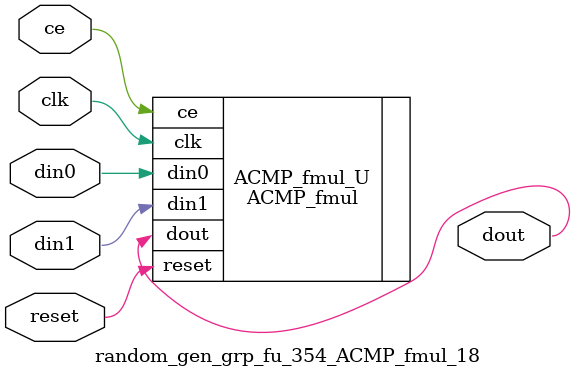
<source format=v>

`timescale 1 ns / 1 ps
module random_gen_grp_fu_354_ACMP_fmul_18(
    clk,
    reset,
    ce,
    din0,
    din1,
    dout);

parameter ID = 32'd1;
parameter NUM_STAGE = 32'd1;
parameter din0_WIDTH = 32'd1;
parameter din1_WIDTH = 32'd1;
parameter dout_WIDTH = 32'd1;
input clk;
input reset;
input ce;
input[din0_WIDTH - 1:0] din0;
input[din1_WIDTH - 1:0] din1;
output[dout_WIDTH - 1:0] dout;



ACMP_fmul #(
.ID( ID ),
.NUM_STAGE( 4 ),
.din0_WIDTH( din0_WIDTH ),
.din1_WIDTH( din1_WIDTH ),
.dout_WIDTH( dout_WIDTH ))
ACMP_fmul_U(
    .clk( clk ),
    .reset( reset ),
    .ce( ce ),
    .din0( din0 ),
    .din1( din1 ),
    .dout( dout ));

endmodule

</source>
